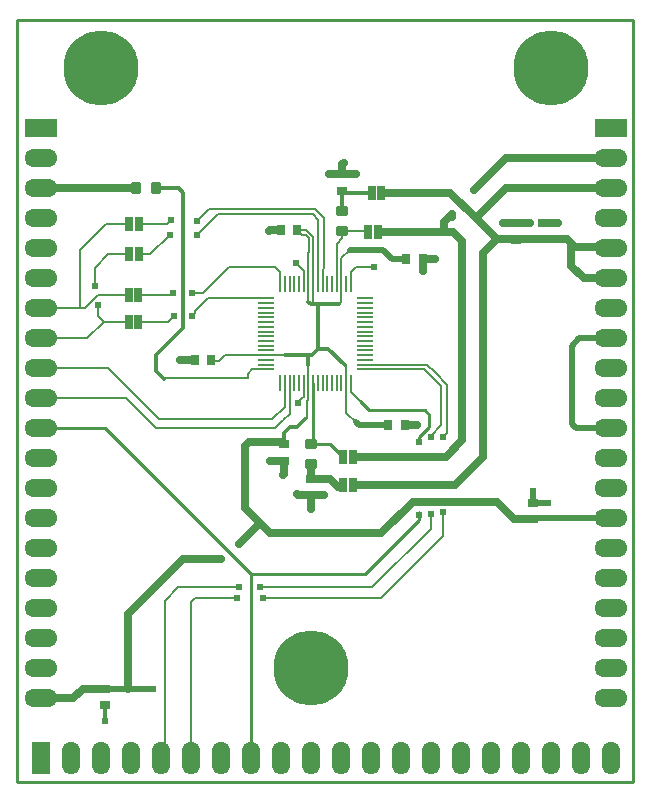
<source format=gtl>
G04*
G04 #@! TF.GenerationSoftware,Altium Limited,Altium Designer,19.0.10 (269)*
G04*
G04 Layer_Physical_Order=1*
G04 Layer_Color=255*
%FSLAX25Y25*%
%MOIN*%
G70*
G01*
G75*
%ADD12C,0.01200*%
%ADD15C,0.01000*%
%ADD17C,0.00800*%
%ADD20O,0.00984X0.05512*%
%ADD21O,0.05512X0.00984*%
%ADD22R,0.03740X0.02953*%
%ADD23R,0.02953X0.03740*%
G04:AMPARAMS|DCode=24|XSize=39.37mil|YSize=35.43mil|CornerRadius=4.43mil|HoleSize=0mil|Usage=FLASHONLY|Rotation=0.000|XOffset=0mil|YOffset=0mil|HoleType=Round|Shape=RoundedRectangle|*
%AMROUNDEDRECTD24*
21,1,0.03937,0.02657,0,0,0.0*
21,1,0.03051,0.03543,0,0,0.0*
1,1,0.00886,0.01526,-0.01329*
1,1,0.00886,-0.01526,-0.01329*
1,1,0.00886,-0.01526,0.01329*
1,1,0.00886,0.01526,0.01329*
%
%ADD24ROUNDEDRECTD24*%
G04:AMPARAMS|DCode=25|XSize=39.37mil|YSize=35.43mil|CornerRadius=4.43mil|HoleSize=0mil|Usage=FLASHONLY|Rotation=270.000|XOffset=0mil|YOffset=0mil|HoleType=Round|Shape=RoundedRectangle|*
%AMROUNDEDRECTD25*
21,1,0.03937,0.02657,0,0,270.0*
21,1,0.03051,0.03543,0,0,270.0*
1,1,0.00886,-0.01329,-0.01526*
1,1,0.00886,-0.01329,0.01526*
1,1,0.00886,0.01329,0.01526*
1,1,0.00886,0.01329,-0.01526*
%
%ADD25ROUNDEDRECTD25*%
%ADD26R,0.02500X0.05000*%
%ADD41C,0.02000*%
%ADD42C,0.02500*%
%ADD43C,0.25000*%
%ADD44R,0.11000X0.06000*%
%ADD45O,0.11000X0.06000*%
%ADD46R,0.06000X0.11000*%
%ADD47O,0.06000X0.11000*%
%ADD48C,0.02400*%
D12*
X99000Y159500D02*
X100500D01*
X97841D02*
X99000D01*
X100500Y144500D02*
X103713D01*
X109213Y139000D01*
X97500Y142413D02*
X98413D01*
X89264D02*
X97500D01*
X97138Y142051D02*
X97500Y142413D01*
X97138Y139000D02*
Y142051D01*
X100500Y159500D02*
X107500D01*
X100500Y144500D02*
Y159500D01*
X98413Y142413D02*
X100500Y144500D01*
X97138Y160203D02*
X97841Y159500D01*
X91000Y118500D02*
X93500D01*
X89000Y116500D02*
X91000Y118500D01*
X89000Y112756D02*
Y116500D01*
X93500Y118500D02*
X96000Y121000D01*
X29500Y20500D02*
Y25744D01*
X55500Y151500D02*
Y196500D01*
X54000Y198000D02*
X55500Y196500D01*
X46346Y198000D02*
X54000D01*
X46500Y142500D02*
X55500Y151500D01*
X46500Y137000D02*
Y142500D01*
Y137000D02*
X49000Y134500D01*
X108500Y197213D02*
X109213Y196500D01*
X118257D01*
X108500Y190347D02*
Y197213D01*
D15*
X98516Y127059D02*
X98713Y127256D01*
Y132965D01*
X78000Y8000D02*
Y69500D01*
X114264Y127059D02*
X117323Y124000D01*
X136000D01*
X137500Y122500D01*
Y118500D02*
Y122500D01*
X134000Y115000D02*
X137500Y118500D01*
X134000Y113500D02*
Y115000D01*
Y89000D02*
Y90000D01*
Y87500D02*
Y89000D01*
X116000Y69500D02*
X134000Y87500D01*
X78000Y69500D02*
X116000D01*
X29500Y118000D02*
X78000Y69500D01*
X8000Y118000D02*
X29500D01*
X98000Y112847D02*
X98516Y113362D01*
Y127059D01*
X104410Y112847D02*
X108757Y108500D01*
X98000Y112847D02*
X104410D01*
X0Y0D02*
Y254000D01*
X205500D01*
Y0D02*
Y254000D01*
X0Y0D02*
X205500D01*
D17*
X95438Y128465D02*
Y128591D01*
X93654Y126681D02*
X95438Y128465D01*
X93654Y126500D02*
Y126681D01*
X95563Y128591D02*
Y132965D01*
X96547Y127059D02*
X97016Y127527D01*
Y127680D01*
X97138Y127802D01*
Y132965D01*
X97179Y176923D02*
Y181522D01*
X97138Y176882D02*
X97179Y176923D01*
X97138Y166035D02*
Y176882D01*
X100484Y171941D02*
Y187394D01*
X100287Y171744D02*
X100484Y171941D01*
X100287Y166035D02*
Y171744D01*
X101862Y170909D02*
X102453Y171500D01*
X101862Y166035D02*
Y170909D01*
X98516Y171941D02*
Y181685D01*
Y171941D02*
X98713Y171744D01*
Y166035D02*
Y171744D01*
X87689Y166035D02*
Y170055D01*
X86000Y171744D02*
X87689Y170055D01*
X93000Y173000D02*
X95563Y170437D01*
Y166035D02*
Y170437D01*
X98713Y159787D02*
X99000Y159500D01*
X98713Y159787D02*
Y166035D01*
X97138Y160203D02*
Y166035D01*
X109213Y139000D02*
X109736Y138476D01*
Y132965D02*
Y138476D01*
X97138Y132965D02*
Y139000D01*
X82965Y142413D02*
X89264D01*
X107500Y159500D02*
X108161Y160161D01*
Y166035D01*
X116035Y137689D02*
X135811D01*
X136736Y139264D02*
X139295Y136705D01*
X116035Y139264D02*
X136736D01*
X111346Y129976D02*
X114264Y127059D01*
X111346Y129976D02*
Y132929D01*
X111311Y132965D02*
X111346Y132929D01*
X109736Y123264D02*
Y132965D01*
X85000Y121000D02*
X89264Y125264D01*
Y132965D01*
X90839Y122839D02*
Y132965D01*
X88673Y120673D02*
X90839Y122839D01*
X77059Y134736D02*
Y136264D01*
X78484Y137689D01*
X82965D01*
X64898Y140500D02*
X67500D01*
X64756Y140642D02*
X64898Y140500D01*
X67500D02*
X69413Y142413D01*
X82965D01*
X59500Y157000D02*
X63811Y161311D01*
X82965D01*
X58500Y163000D02*
X62000D01*
X70744Y171744D01*
X86000D01*
X113000Y171941D02*
X119000D01*
X111311Y170252D02*
X113000Y171941D01*
X111311Y166035D02*
Y170252D01*
X108161Y166035D02*
Y174661D01*
X108500Y181500D02*
Y183653D01*
X106587Y179587D02*
X108500Y181500D01*
X106587Y166035D02*
Y179587D01*
X102453Y171500D02*
Y188047D01*
X93398Y184000D02*
X94898Y182500D01*
X96201D01*
X97179Y181522D01*
X93398Y184000D02*
X96201D01*
X98516Y181685D01*
X142000Y82000D02*
Y90000D01*
X121500Y61500D02*
X142000Y82000D01*
X82000Y61500D02*
X121500D01*
X59244D02*
X73500D01*
X58000Y60256D02*
X59244Y61500D01*
X58000Y8000D02*
Y60256D01*
X48000Y8000D02*
X49236Y9236D01*
Y60500D01*
X53736Y65000D01*
X74000D01*
X81000D02*
X118500D01*
X138000Y84500D01*
Y89500D01*
X8000Y128000D02*
X36346D01*
X46346Y118000D01*
X86000D01*
X88673Y120673D01*
X47500Y121000D02*
X85000D01*
X30500Y138000D02*
X47500Y121000D01*
X8000Y138000D02*
X30500D01*
X40500Y162500D02*
X52500D01*
X58500Y155500D02*
X59500Y156500D01*
Y157000D01*
X52000Y163000D02*
X52500Y162500D01*
X50500Y153500D02*
X52500Y155500D01*
X40500Y153500D02*
X50500D01*
X27000Y155500D02*
Y159000D01*
Y155500D02*
X29000Y153500D01*
X21000Y158000D02*
X22705D01*
X8000D02*
X21000D01*
Y177295D01*
X29705Y186000D01*
X37394D01*
X26000Y165500D02*
Y171500D01*
X30500Y176000D01*
X37394D01*
X29000Y153500D02*
X37257D01*
X23500Y148000D02*
X29000Y153500D01*
X8000Y148000D02*
X23500D01*
X37052Y162295D02*
X37257Y162500D01*
X27000Y162295D02*
X37052D01*
X22705Y158000D02*
X27000Y162295D01*
X44500Y176000D02*
X51000Y182500D01*
X40638Y176000D02*
X44500D01*
X50000Y186000D02*
X51500Y187500D01*
X40638Y186000D02*
X50000D01*
X60000Y187000D02*
X64000Y191000D01*
X99500D01*
X102453Y188047D01*
X60000Y182500D02*
X66862Y189362D01*
X98516D01*
X100484Y187394D01*
X138000Y115000D02*
Y115500D01*
X141500Y119000D01*
Y132000D01*
X135811Y137689D02*
X141500Y132000D01*
X142000Y115000D02*
X143500Y116500D01*
Y132500D01*
X139295Y136705D02*
X143500Y132500D01*
X49000Y134500D02*
X49236Y134736D01*
X77059D01*
X108161Y174661D02*
X111000Y177500D01*
X109736Y123264D02*
X113000Y120000D01*
X96000Y121000D02*
X96547Y121547D01*
Y127059D01*
X116847Y183653D02*
X117000Y183500D01*
X108500Y183653D02*
X116847D01*
D20*
X87689Y166035D02*
D03*
X89264D02*
D03*
X90839D02*
D03*
X92413D02*
D03*
X93988D02*
D03*
X95563D02*
D03*
X97138D02*
D03*
X98713D02*
D03*
X100287D02*
D03*
X101862D02*
D03*
X103437D02*
D03*
X105012D02*
D03*
X106587D02*
D03*
X108161D02*
D03*
X109736D02*
D03*
X111311D02*
D03*
Y132965D02*
D03*
X109736D02*
D03*
X108161D02*
D03*
X106587D02*
D03*
X105012D02*
D03*
X103437D02*
D03*
X101862D02*
D03*
X100287D02*
D03*
X98713D02*
D03*
X97138D02*
D03*
X95563D02*
D03*
X93988D02*
D03*
X92413D02*
D03*
X90839D02*
D03*
X89264D02*
D03*
X87689D02*
D03*
D21*
X116035Y161311D02*
D03*
Y159736D02*
D03*
Y158161D02*
D03*
Y156587D02*
D03*
Y155012D02*
D03*
Y153437D02*
D03*
Y151862D02*
D03*
Y150287D02*
D03*
Y148713D02*
D03*
Y147138D02*
D03*
Y145563D02*
D03*
Y143988D02*
D03*
Y142413D02*
D03*
Y140839D02*
D03*
Y139264D02*
D03*
Y137689D02*
D03*
X82965D02*
D03*
Y139264D02*
D03*
Y140839D02*
D03*
Y142413D02*
D03*
Y143988D02*
D03*
Y145563D02*
D03*
Y147138D02*
D03*
Y148713D02*
D03*
Y150287D02*
D03*
Y151862D02*
D03*
Y153437D02*
D03*
Y155012D02*
D03*
Y156587D02*
D03*
Y158161D02*
D03*
Y159736D02*
D03*
Y161311D02*
D03*
D22*
X29500Y25744D02*
D03*
Y31256D02*
D03*
X172000Y93256D02*
D03*
Y87744D02*
D03*
X98000Y95744D02*
D03*
Y101256D02*
D03*
X89000Y107244D02*
D03*
Y112756D02*
D03*
X166500Y186409D02*
D03*
Y180898D02*
D03*
X175500Y186500D02*
D03*
Y180988D02*
D03*
X108500Y202724D02*
D03*
Y197213D02*
D03*
D23*
X129256Y119000D02*
D03*
X123744D02*
D03*
X59244Y140642D02*
D03*
X64756D02*
D03*
X87886Y184000D02*
D03*
X93398D02*
D03*
X135256Y174500D02*
D03*
X129744D02*
D03*
D24*
X98000Y106154D02*
D03*
Y112847D02*
D03*
X108500Y190347D02*
D03*
Y183653D02*
D03*
D25*
X39654Y198000D02*
D03*
X46346D02*
D03*
D26*
X40500Y153500D02*
D03*
X37257D02*
D03*
X40500Y162500D02*
D03*
X37257D02*
D03*
X37394Y176000D02*
D03*
X40638D02*
D03*
X37394Y186000D02*
D03*
X40638D02*
D03*
X121500Y196500D02*
D03*
X118257D02*
D03*
X120243Y183500D02*
D03*
X117000D02*
D03*
X112000Y108500D02*
D03*
X108757D02*
D03*
X111948Y99000D02*
D03*
X108705D02*
D03*
D41*
X186500Y118000D02*
X198000D01*
X185000Y119500D02*
X186500Y118000D01*
X185000Y119500D02*
Y145500D01*
X187500Y148000D01*
X198000D01*
X172000Y93256D02*
X177000D01*
X172000D02*
Y97000D01*
X37000Y31256D02*
X45244D01*
X29500D02*
X37000D01*
X45244D02*
X45500Y31000D01*
X172000Y87744D02*
X172256Y88000D01*
X198000D01*
X125000Y174500D02*
X129744D01*
X122000Y177500D02*
X125000Y174500D01*
X111000Y177500D02*
X122000D01*
X114000Y119000D02*
X123744D01*
X113000Y120000D02*
X114000Y119000D01*
D42*
X160000Y181000D02*
X183500D01*
X184750Y179750D02*
X186000Y178500D01*
X183500Y181000D02*
X184750Y179750D01*
Y172250D02*
Y179750D01*
Y172250D02*
X189000Y168000D01*
X198000D01*
X81000Y86500D02*
X84500Y83000D01*
X76000Y91500D02*
X81000Y86500D01*
X37000Y31256D02*
Y56000D01*
X55500Y74500D01*
X68000D01*
X74000Y79500D02*
X81000Y86500D01*
X22000Y31256D02*
X29500D01*
X18744Y28000D02*
X22000Y31256D01*
X8000Y28000D02*
X18744D01*
X160000Y93500D02*
X165756Y87744D01*
X132000Y93500D02*
X160000D01*
X121500Y83000D02*
X132000Y93500D01*
X165756Y87744D02*
X172000D01*
X8000Y198000D02*
X39654D01*
X88256Y113500D02*
X89000Y112756D01*
X77500Y113500D02*
X88256D01*
X76000Y112000D02*
X77500Y113500D01*
X76000Y91500D02*
Y112000D01*
X84500Y83000D02*
X121500D01*
X135256Y170500D02*
Y174500D01*
X139500D01*
X98000Y95744D02*
X102500D01*
X84500Y107244D02*
X89000D01*
X93398Y96000D02*
X93654Y95744D01*
X98000D01*
X108500Y202724D02*
X113000D01*
X104000D02*
X108500D01*
Y206000D02*
X109000Y206500D01*
X108500Y202724D02*
Y206000D01*
X84000Y183653D02*
X84346Y184000D01*
X87886D01*
X54500Y140642D02*
X59244D01*
X98000Y91000D02*
Y95744D01*
X88673Y102500D02*
X89000Y102827D01*
Y107244D01*
X129256Y119000D02*
X133500D01*
X162000Y186409D02*
X166500D01*
X170909D02*
X171000Y186500D01*
X166500Y186409D02*
X170909D01*
X175500Y186500D02*
X180500D01*
X144500Y196500D02*
X153000Y188000D01*
X121500Y196500D02*
X144500D01*
X145000Y188500D02*
Y189362D01*
X142500Y186862D02*
X145000Y189362D01*
X142500Y183500D02*
X145500D01*
X120243D02*
X142500D01*
Y186862D01*
X152500Y197500D02*
X163000Y208000D01*
X198000D01*
X153000Y188000D02*
X160000Y181000D01*
X153000Y188000D02*
X163000Y198000D01*
X198000D01*
X145500Y183500D02*
X148500Y180500D01*
Y114000D02*
Y180500D01*
X143000Y108500D02*
X148500Y114000D01*
X112000Y108500D02*
X143000D01*
X98000Y101256D02*
Y106154D01*
X108205Y98500D02*
X108705Y99000D01*
X107000Y98500D02*
X108205D01*
X104244Y101256D02*
X107000Y98500D01*
X98000Y101256D02*
X104244D01*
X155500Y176500D02*
X160000Y181000D01*
X155500Y108500D02*
Y176500D01*
X146000Y99000D02*
X155500Y108500D01*
X111948Y99000D02*
X146000D01*
X197500Y178500D02*
X198000Y178000D01*
X186000Y178500D02*
X197500D01*
D43*
X98000Y38000D02*
D03*
X28000Y238000D02*
D03*
X178000D02*
D03*
D44*
X8000Y218000D02*
D03*
X198000D02*
D03*
D45*
X8000Y208000D02*
D03*
Y198000D02*
D03*
Y188000D02*
D03*
Y178000D02*
D03*
Y168000D02*
D03*
Y158000D02*
D03*
Y148000D02*
D03*
Y138000D02*
D03*
Y128000D02*
D03*
Y118000D02*
D03*
Y108000D02*
D03*
Y98000D02*
D03*
Y88000D02*
D03*
Y78000D02*
D03*
Y68000D02*
D03*
Y58000D02*
D03*
Y48000D02*
D03*
Y38000D02*
D03*
Y28000D02*
D03*
X198000Y208000D02*
D03*
Y198000D02*
D03*
Y188000D02*
D03*
Y178000D02*
D03*
Y168000D02*
D03*
Y158000D02*
D03*
Y148000D02*
D03*
Y138000D02*
D03*
Y128000D02*
D03*
Y118000D02*
D03*
Y108000D02*
D03*
Y98000D02*
D03*
Y88000D02*
D03*
Y78000D02*
D03*
Y68000D02*
D03*
Y58000D02*
D03*
Y48000D02*
D03*
Y38000D02*
D03*
Y28000D02*
D03*
D46*
X8000Y8000D02*
D03*
D47*
X18000D02*
D03*
X28000D02*
D03*
X38000D02*
D03*
X48000D02*
D03*
X58000D02*
D03*
X68000D02*
D03*
X78000D02*
D03*
X88000D02*
D03*
X98000D02*
D03*
X108000D02*
D03*
X118000D02*
D03*
X128000D02*
D03*
X138000D02*
D03*
X148000D02*
D03*
X158000D02*
D03*
X168000D02*
D03*
X178000D02*
D03*
X188000D02*
D03*
X198000D02*
D03*
D48*
X93654Y126500D02*
D03*
X93000Y173000D02*
D03*
X119000Y171941D02*
D03*
X177000Y93256D02*
D03*
X172000Y97000D02*
D03*
X68000Y74500D02*
D03*
X74000Y79500D02*
D03*
X45500Y31000D02*
D03*
X29500Y20500D02*
D03*
X82000Y61500D02*
D03*
X73500D02*
D03*
X74000Y65000D02*
D03*
X81000D02*
D03*
X134000Y113500D02*
D03*
Y89000D02*
D03*
X58500Y155500D02*
D03*
X52000Y163000D02*
D03*
X58500D02*
D03*
X52500Y155500D02*
D03*
X27000Y159000D02*
D03*
X26000Y165500D02*
D03*
X51000Y182500D02*
D03*
X51500Y187500D02*
D03*
X60000Y187000D02*
D03*
Y182500D02*
D03*
X138000Y89500D02*
D03*
X142000Y90000D02*
D03*
X138000Y115000D02*
D03*
X142000D02*
D03*
X135256Y170500D02*
D03*
X139500Y174500D02*
D03*
X102500Y95744D02*
D03*
X84500Y107244D02*
D03*
X93398Y96000D02*
D03*
X113000Y202724D02*
D03*
X104000D02*
D03*
X109000Y206500D02*
D03*
X84000Y183653D02*
D03*
X54500Y140642D02*
D03*
X98000Y91000D02*
D03*
X88673Y102500D02*
D03*
X133500Y119000D02*
D03*
X162000Y186409D02*
D03*
X171000Y186500D02*
D03*
X180500D02*
D03*
X145000Y189362D02*
D03*
X152500Y197500D02*
D03*
M02*

</source>
